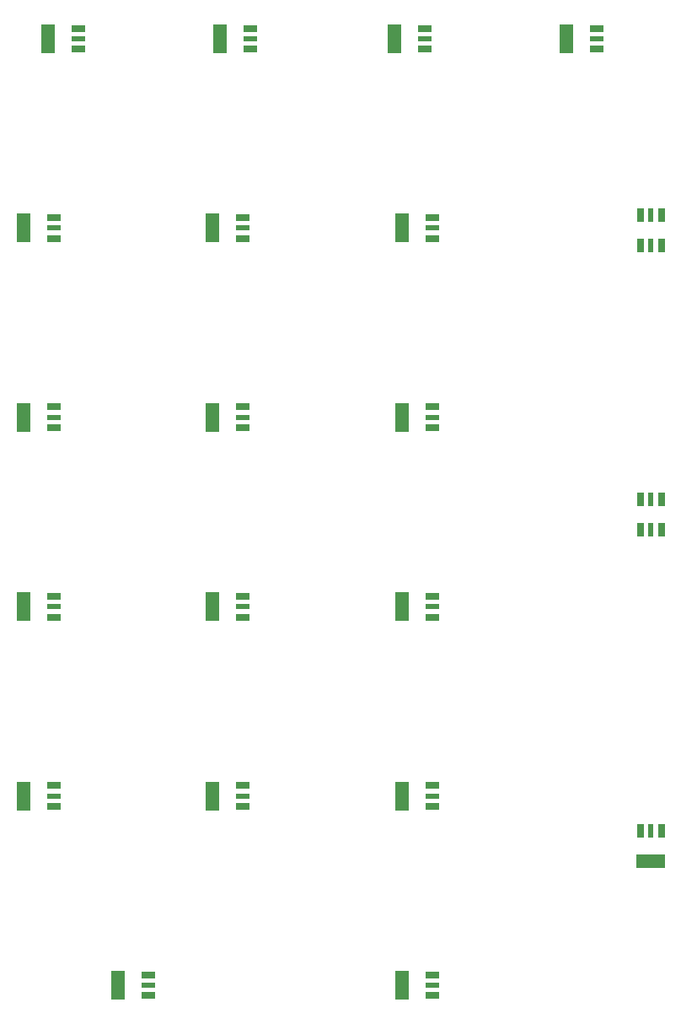
<source format=gtp>
G04 #@! TF.FileFunction,Paste,Top*
%FSLAX46Y46*%
G04 Gerber Fmt 4.6, Leading zero omitted, Abs format (unit mm)*
G04 Created by KiCad (PCBNEW 4.0.5) date Sun Feb 26 02:23:34 2017*
%MOMM*%
%LPD*%
G01*
G04 APERTURE LIST*
%ADD10C,0.100000*%
%ADD11R,1.450000X0.600000*%
%ADD12R,1.450000X2.900000*%
%ADD13R,1.450000X0.800000*%
%ADD14R,0.600000X1.450000*%
%ADD15R,2.900000X1.450000*%
%ADD16R,0.800000X1.450000*%
G04 APERTURE END LIST*
D10*
D11*
X91275000Y-55500000D03*
D12*
X88225000Y-55500000D03*
D13*
X91275000Y-56550000D03*
X91275000Y-54450000D03*
D11*
X126025000Y-55500000D03*
D12*
X122975000Y-55500000D03*
D13*
X126025000Y-56550000D03*
X126025000Y-54450000D03*
D11*
X71525000Y-74500000D03*
D12*
X68475000Y-74500000D03*
D13*
X71525000Y-75550000D03*
X71525000Y-73450000D03*
D11*
X90525000Y-74500000D03*
D12*
X87475000Y-74500000D03*
D13*
X90525000Y-75550000D03*
X90525000Y-73450000D03*
D11*
X109525000Y-74500000D03*
D12*
X106475000Y-74500000D03*
D13*
X109525000Y-75550000D03*
X109525000Y-73450000D03*
D11*
X71525000Y-93500000D03*
D12*
X68475000Y-93500000D03*
D13*
X71525000Y-94550000D03*
X71525000Y-92450000D03*
D11*
X90525000Y-93500000D03*
D12*
X87475000Y-93500000D03*
D13*
X90525000Y-94550000D03*
X90525000Y-92450000D03*
D11*
X109525000Y-93500000D03*
D12*
X106475000Y-93500000D03*
D13*
X109525000Y-94550000D03*
X109525000Y-92450000D03*
D11*
X71525000Y-112500000D03*
D12*
X68475000Y-112500000D03*
D13*
X71525000Y-113550000D03*
X71525000Y-111450000D03*
D11*
X90525000Y-112500000D03*
D12*
X87475000Y-112500000D03*
D13*
X90525000Y-113550000D03*
X90525000Y-111450000D03*
D11*
X109525000Y-112500000D03*
D12*
X106475000Y-112500000D03*
D13*
X109525000Y-113550000D03*
X109525000Y-111450000D03*
D11*
X71525000Y-131500000D03*
D12*
X68475000Y-131500000D03*
D13*
X71525000Y-132550000D03*
X71525000Y-130450000D03*
D11*
X90525000Y-131500000D03*
D12*
X87475000Y-131500000D03*
D13*
X90525000Y-132550000D03*
X90525000Y-130450000D03*
D11*
X109525000Y-131500000D03*
D12*
X106475000Y-131500000D03*
D13*
X109525000Y-132550000D03*
X109525000Y-130450000D03*
D11*
X81025000Y-150500000D03*
D12*
X77975000Y-150500000D03*
D13*
X81025000Y-151550000D03*
X81025000Y-149450000D03*
D11*
X109525000Y-150500000D03*
D12*
X106475000Y-150500000D03*
D13*
X109525000Y-151550000D03*
X109525000Y-149450000D03*
D14*
X131500000Y-134975000D03*
D15*
X131500000Y-138025000D03*
D16*
X132550000Y-134975000D03*
X130450000Y-134975000D03*
D11*
X74025000Y-55500000D03*
D12*
X70975000Y-55500000D03*
D13*
X74025000Y-56550000D03*
X74025000Y-54450000D03*
D11*
X108775000Y-55500000D03*
D12*
X105725000Y-55500000D03*
D13*
X108775000Y-56550000D03*
X108775000Y-54450000D03*
D14*
X131500000Y-73225000D03*
X131500000Y-76275000D03*
D16*
X132550000Y-76275000D03*
X130450000Y-76275000D03*
X132550000Y-73225000D03*
X130450000Y-73225000D03*
D14*
X131500000Y-101725000D03*
X131500000Y-104775000D03*
D16*
X132550000Y-104775000D03*
X130450000Y-104775000D03*
X132550000Y-101725000D03*
X130450000Y-101725000D03*
M02*

</source>
